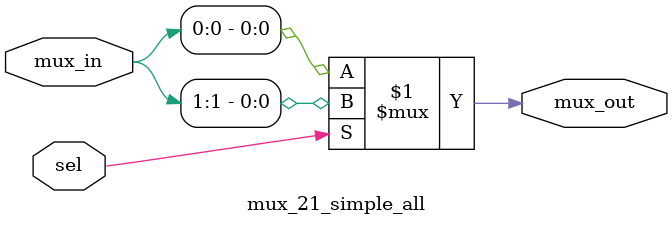
<source format=v>
module and_21_all(in1, in2, out);

input in1, in2;
output out;

assign out = in1 & in2;

endmodule

module dff_all(q, d, clk);
	
input d, clk;
output q;
reg q;

always @(posedge clk) 
// positive edge triggered
begin
	q = d;
end
	
endmodule

module inv_primitive_all(inp, op);

//Declare inputs/outputs
input inp;
output op;

//Set op as the inverse of inp
not(op,inp);

endmodule

module inverter_all(inp, op);

// port definitions
input inp; 
output op;

// concurrent assignment statement
assign op = ~inp; 

// indicates the end of a module
endmodule

module mux_21_beh_all(mux_in, sel, mux_out);

//Declare inputs/outputs
input sel;
input [1:0] mux_in;
output mux_out;

reg mux_out;

always @ (sel or mux_in) begin

	if (sel == 1'b0) begin
		mux_out = mux_in[0];
	end
	else if (sel == 1'b1) begin
		mux_out = mux_in[1];
	end
	
end

endmodule

module mux_21_case_all(mux_in, sel, mux_out);

//Declare inputs/outputs
input sel;
input [1:0] mux_in;
output mux_out;

reg mux_out;

always @ (sel or mux_in) begin

	case(sel)
		1'b0: mux_out = mux_in[0];
		1'b1: mux_out = mux_in[1];
		default: mux_out = 1'bz;
	endcase
	
end

endmodule

module mux_21_simple_all(mux_in, sel, mux_out);

//Declare inputs/outputs
input sel;
input [1:0] mux_in;
output mux_out;

assign mux_out = (sel) ? mux_in[1] : mux_in[0];

endmodule

</source>
